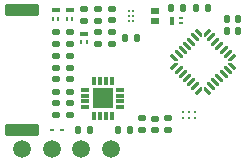
<source format=gbr>
%TF.GenerationSoftware,KiCad,Pcbnew,7.0.1*%
%TF.CreationDate,2024-01-08T11:07:59+00:00*%
%TF.ProjectId,rfid_module,72666964-5f6d-46f6-9475-6c652e6b6963,rev?*%
%TF.SameCoordinates,Original*%
%TF.FileFunction,Soldermask,Top*%
%TF.FilePolarity,Negative*%
%FSLAX46Y46*%
G04 Gerber Fmt 4.6, Leading zero omitted, Abs format (unit mm)*
G04 Created by KiCad (PCBNEW 7.0.1) date 2024-01-08 11:07:59*
%MOMM*%
%LPD*%
G01*
G04 APERTURE LIST*
G04 Aperture macros list*
%AMRoundRect*
0 Rectangle with rounded corners*
0 $1 Rounding radius*
0 $2 $3 $4 $5 $6 $7 $8 $9 X,Y pos of 4 corners*
0 Add a 4 corners polygon primitive as box body*
4,1,4,$2,$3,$4,$5,$6,$7,$8,$9,$2,$3,0*
0 Add four circle primitives for the rounded corners*
1,1,$1+$1,$2,$3*
1,1,$1+$1,$4,$5*
1,1,$1+$1,$6,$7*
1,1,$1+$1,$8,$9*
0 Add four rect primitives between the rounded corners*
20,1,$1+$1,$2,$3,$4,$5,0*
20,1,$1+$1,$4,$5,$6,$7,0*
20,1,$1+$1,$6,$7,$8,$9,0*
20,1,$1+$1,$8,$9,$2,$3,0*%
%AMFreePoly0*
4,1,14,0.230680,0.111820,0.364320,-0.021821,0.377500,-0.053642,0.377500,-0.080000,0.364320,-0.111820,0.332500,-0.125000,-0.332500,-0.125000,-0.364320,-0.111820,-0.377500,-0.080000,-0.377500,0.080000,-0.364320,0.111820,-0.332500,0.125000,0.198860,0.125000,0.230680,0.111820,0.230680,0.111820,$1*%
%AMFreePoly1*
4,1,14,0.364320,0.111820,0.377500,0.080000,0.377501,0.053640,0.364318,0.021819,0.230680,-0.111820,0.198860,-0.125000,-0.332500,-0.125000,-0.364320,-0.111820,-0.377500,-0.080000,-0.377500,0.080000,-0.364320,0.111820,-0.332500,0.125000,0.332500,0.125000,0.364320,0.111820,0.364320,0.111820,$1*%
%AMFreePoly2*
4,1,15,0.053642,0.377500,0.080000,0.377500,0.111820,0.364320,0.125000,0.332500,0.125000,-0.332500,0.111820,-0.364320,0.080000,-0.377500,-0.080000,-0.377500,-0.111820,-0.364320,-0.125000,-0.332500,-0.125000,0.198860,-0.111820,0.230680,0.021820,0.364320,0.053640,0.377501,0.053642,0.377500,0.053642,0.377500,$1*%
%AMFreePoly3*
4,1,14,-0.021820,0.364320,0.111820,0.230679,0.125000,0.198858,0.125000,-0.332500,0.111820,-0.364320,0.080000,-0.377500,-0.080000,-0.377500,-0.111820,-0.364320,-0.125000,-0.332500,-0.125000,0.332500,-0.111820,0.364320,-0.080000,0.377500,-0.053640,0.377500,-0.021820,0.364320,-0.021820,0.364320,$1*%
%AMFreePoly4*
4,1,14,0.364320,0.111820,0.377500,0.080000,0.377500,-0.080000,0.364320,-0.111820,0.332500,-0.125000,-0.198860,-0.125001,-0.230680,-0.111818,-0.364320,0.021820,-0.377500,0.053640,-0.377500,0.080000,-0.364320,0.111820,-0.332500,0.125000,0.332500,0.125000,0.364320,0.111820,0.364320,0.111820,$1*%
%AMFreePoly5*
4,1,15,-0.198858,0.125000,0.332500,0.125000,0.364320,0.111820,0.377500,0.080000,0.377500,-0.080000,0.364320,-0.111820,0.332500,-0.125000,-0.332500,-0.125000,-0.364320,-0.111820,-0.377500,-0.080000,-0.377500,-0.053640,-0.364321,-0.021819,-0.230680,0.111820,-0.198860,0.125001,-0.198858,0.125000,-0.198858,0.125000,$1*%
%AMFreePoly6*
4,1,14,0.111820,0.364320,0.125000,0.332500,0.125001,-0.198860,0.111818,-0.230680,-0.021820,-0.364320,-0.053640,-0.377500,-0.080000,-0.377500,-0.111820,-0.364320,-0.125000,-0.332500,-0.125000,0.332500,-0.111820,0.364320,-0.080000,0.377500,0.080000,0.377500,0.111820,0.364320,0.111820,0.364320,$1*%
%AMFreePoly7*
4,1,14,0.111820,0.364320,0.125000,0.332500,0.125000,-0.332500,0.111820,-0.364320,0.080000,-0.377500,0.053640,-0.377501,0.021819,-0.364318,-0.111820,-0.230680,-0.125000,-0.198860,-0.125000,0.332500,-0.111820,0.364320,-0.080000,0.377500,0.080000,0.377500,0.111820,0.364320,0.111820,0.364320,$1*%
G04 Aperture macros list end*
%ADD10RoundRect,0.135000X0.185000X-0.135000X0.185000X0.135000X-0.185000X0.135000X-0.185000X-0.135000X0*%
%ADD11RoundRect,0.062500X-0.062500X-0.137500X0.062500X-0.137500X0.062500X0.137500X-0.062500X0.137500X0*%
%ADD12RoundRect,0.100000X-0.250000X0.100000X-0.250000X-0.100000X0.250000X-0.100000X0.250000X0.100000X0*%
%ADD13C,1.500000*%
%ADD14RoundRect,0.140000X0.170000X-0.140000X0.170000X0.140000X-0.170000X0.140000X-0.170000X-0.140000X0*%
%ADD15RoundRect,0.062500X0.137500X-0.062500X0.137500X0.062500X-0.137500X0.062500X-0.137500X-0.062500X0*%
%ADD16RoundRect,0.100000X-0.100000X-0.250000X0.100000X-0.250000X0.100000X0.250000X-0.100000X0.250000X0*%
%ADD17RoundRect,0.140000X0.140000X0.170000X-0.140000X0.170000X-0.140000X-0.170000X0.140000X-0.170000X0*%
%ADD18RoundRect,0.135000X-0.185000X0.135000X-0.185000X-0.135000X0.185000X-0.135000X0.185000X0.135000X0*%
%ADD19RoundRect,0.062500X-0.117500X-0.062500X0.117500X-0.062500X0.117500X0.062500X-0.117500X0.062500X0*%
%ADD20C,0.250000*%
%ADD21R,0.800000X0.600000*%
%ADD22C,0.298000*%
%ADD23RoundRect,0.135000X0.135000X0.185000X-0.135000X0.185000X-0.135000X-0.185000X0.135000X-0.185000X0*%
%ADD24RoundRect,0.135000X-0.135000X-0.185000X0.135000X-0.185000X0.135000X0.185000X-0.135000X0.185000X0*%
%ADD25RoundRect,0.100000X-1.300000X0.400000X-1.300000X-0.400000X1.300000X-0.400000X1.300000X0.400000X0*%
%ADD26FreePoly0,225.000000*%
%ADD27RoundRect,0.062500X0.220971X0.309359X-0.309359X-0.220971X-0.220971X-0.309359X0.309359X0.220971X0*%
%ADD28FreePoly1,225.000000*%
%ADD29FreePoly2,225.000000*%
%ADD30RoundRect,0.062500X-0.220971X0.309359X-0.309359X0.220971X0.220971X-0.309359X0.309359X-0.220971X0*%
%ADD31FreePoly3,225.000000*%
%ADD32FreePoly4,225.000000*%
%ADD33FreePoly5,225.000000*%
%ADD34FreePoly6,225.000000*%
%ADD35FreePoly7,225.000000*%
%ADD36R,0.800000X0.300000*%
%ADD37R,0.300000X0.800000*%
%ADD38R,1.760000X1.760000*%
%ADD39RoundRect,0.140000X-0.140000X-0.170000X0.140000X-0.170000X0.140000X0.170000X-0.140000X0.170000X0*%
G04 APERTURE END LIST*
D10*
%TO.C,R209*%
X100200000Y-63210000D03*
X100200000Y-62190000D03*
%TD*%
%TO.C,R204*%
X101400000Y-57210000D03*
X101400000Y-56190000D03*
%TD*%
D11*
%TO.C,Q203*%
X98775000Y-57050000D03*
X99225000Y-57050000D03*
D12*
X99000000Y-56350000D03*
%TD*%
D13*
%TO.C,TP203*%
X103700000Y-68100000D03*
%TD*%
D14*
%TO.C,C205*%
X99000000Y-65180000D03*
X99000000Y-64220000D03*
%TD*%
D15*
%TO.C,Q401*%
X109600000Y-57450000D03*
X109600000Y-57000000D03*
D16*
X108900000Y-57225000D03*
%TD*%
D17*
%TO.C,C208*%
X101880000Y-66500000D03*
X100920000Y-66500000D03*
%TD*%
D10*
%TO.C,R206*%
X99000000Y-59210000D03*
X99000000Y-58190000D03*
%TD*%
D18*
%TO.C,R503*%
X102600000Y-58190000D03*
X102600000Y-59210000D03*
%TD*%
%TO.C,R223*%
X106300000Y-65490000D03*
X106300000Y-66510000D03*
%TD*%
D19*
%TO.C,D201*%
X99520000Y-66500000D03*
X98680000Y-66500000D03*
%TD*%
D12*
%TO.C,Q202*%
X100200000Y-56350000D03*
D11*
X99975000Y-57050000D03*
X100425000Y-57050000D03*
%TD*%
D10*
%TO.C,R202*%
X100200000Y-59210000D03*
X100200000Y-58190000D03*
%TD*%
D13*
%TO.C,TP202*%
X98700000Y-68100000D03*
%TD*%
D20*
%TO.C,IC501*%
X105600000Y-56400000D03*
X105600000Y-56800000D03*
X105600000Y-57200000D03*
X105200000Y-56400000D03*
X105200000Y-56800000D03*
X105200000Y-57200000D03*
%TD*%
D21*
%TO.C,L501*%
X107400000Y-57200000D03*
X107400000Y-56400000D03*
%TD*%
D10*
%TO.C,R205*%
X99000000Y-63210000D03*
X99000000Y-62190000D03*
%TD*%
D14*
%TO.C,C502*%
X103800000Y-57180000D03*
X103800000Y-56220000D03*
%TD*%
D10*
%TO.C,R219*%
X108500000Y-66510000D03*
X108500000Y-65490000D03*
%TD*%
D13*
%TO.C,TP201*%
X96200000Y-68100000D03*
%TD*%
D22*
%TO.C,IC202*%
X109800000Y-64950000D03*
X110300000Y-64950000D03*
X110800000Y-64950000D03*
X109800000Y-65450000D03*
X110300000Y-65450000D03*
X110800000Y-65450000D03*
%TD*%
D23*
%TO.C,R402*%
X111910000Y-56100000D03*
X110890000Y-56100000D03*
%TD*%
D18*
%TO.C,R502*%
X103800000Y-58190000D03*
X103800000Y-59210000D03*
%TD*%
D14*
%TO.C,C207*%
X100200000Y-65180000D03*
X100200000Y-64220000D03*
%TD*%
D18*
%TO.C,R501*%
X102600000Y-56190000D03*
X102600000Y-57210000D03*
%TD*%
D11*
%TO.C,Q201*%
X101175000Y-59050000D03*
X101625000Y-59050000D03*
D12*
X101400000Y-58350000D03*
%TD*%
D24*
%TO.C,R504*%
X104890000Y-58700000D03*
X105910000Y-58700000D03*
%TD*%
D25*
%TO.C,L201*%
X96200000Y-56300000D03*
X96200000Y-66500000D03*
%TD*%
D26*
%TO.C,U301*%
X113973106Y-60348214D03*
D27*
X113577126Y-60037087D03*
X113223573Y-59683534D03*
X112870019Y-59329981D03*
X112516466Y-58976427D03*
X112162913Y-58622874D03*
D28*
X111851786Y-58226894D03*
D29*
X111148214Y-58226894D03*
D30*
X110837087Y-58622874D03*
X110483534Y-58976427D03*
X110129981Y-59329981D03*
X109776427Y-59683534D03*
X109422874Y-60037087D03*
D31*
X109026894Y-60348214D03*
D32*
X109026894Y-61051786D03*
D27*
X109422874Y-61362913D03*
X109776427Y-61716466D03*
X110129981Y-62070019D03*
X110483534Y-62423573D03*
X110837087Y-62777126D03*
D33*
X111148214Y-63173106D03*
D34*
X111851786Y-63173106D03*
D30*
X112162913Y-62777126D03*
X112516466Y-62423573D03*
X112870019Y-62070019D03*
X113223573Y-61716466D03*
X113577126Y-61362913D03*
D35*
X113973106Y-61051786D03*
%TD*%
D14*
%TO.C,C209*%
X107400000Y-66480000D03*
X107400000Y-65520000D03*
%TD*%
D10*
%TO.C,R201*%
X100200000Y-61210000D03*
X100200000Y-60190000D03*
%TD*%
D17*
%TO.C,C301*%
X114480000Y-57100000D03*
X113520000Y-57100000D03*
%TD*%
D18*
%TO.C,R207*%
X99000000Y-60190000D03*
X99000000Y-61210000D03*
%TD*%
D13*
%TO.C,TP101*%
X101200000Y-68100000D03*
%TD*%
D24*
%TO.C,R401*%
X108740000Y-56125000D03*
X109760000Y-56125000D03*
%TD*%
D17*
%TO.C,C302*%
X114480000Y-58100000D03*
X113520000Y-58100000D03*
%TD*%
D36*
%TO.C,IC201*%
X104500000Y-64550000D03*
X104500000Y-64050000D03*
X104500000Y-63550000D03*
X104500000Y-63050000D03*
D37*
X103750000Y-62300000D03*
X103250000Y-62300000D03*
X102750000Y-62300000D03*
X102250000Y-62300000D03*
D36*
X101500000Y-63050000D03*
X101500000Y-63550000D03*
X101500000Y-64050000D03*
X101500000Y-64550000D03*
D37*
X102250000Y-65300000D03*
X102750000Y-65300000D03*
X103250000Y-65300000D03*
X103750000Y-65300000D03*
D38*
X103000000Y-63800000D03*
%TD*%
D39*
%TO.C,C212*%
X104320000Y-66500000D03*
X105280000Y-66500000D03*
%TD*%
M02*

</source>
